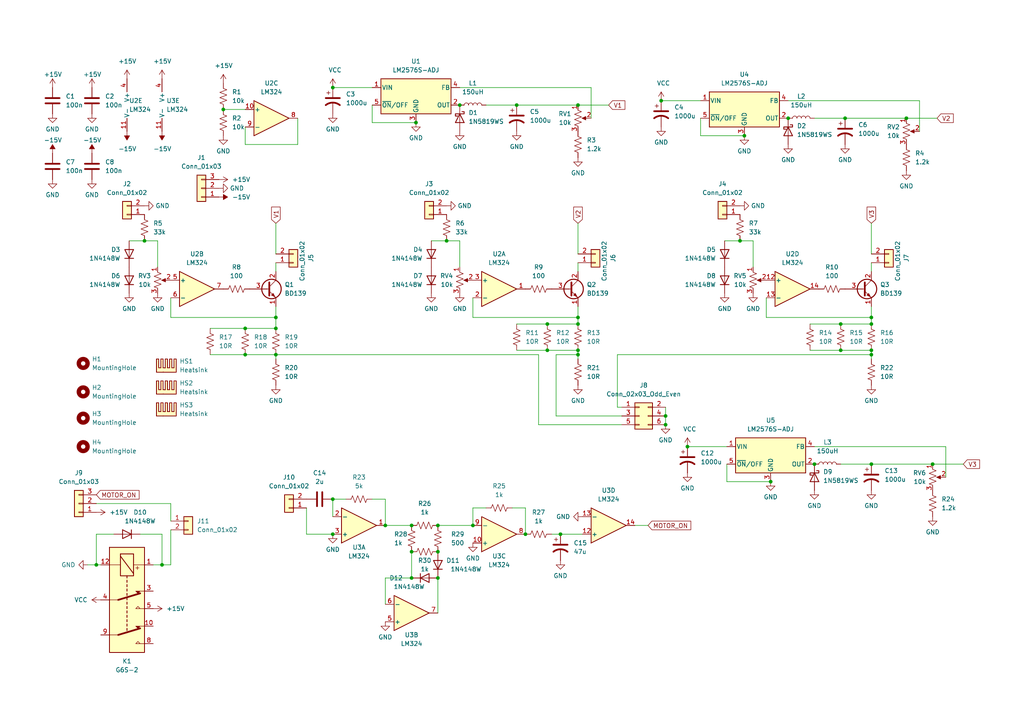
<source format=kicad_sch>
(kicad_sch (version 20211123) (generator eeschema)
  (paper "A4")
  (lib_symbols
    (symbol "Amplifier_Operational:LM324" (pin_names (offset 0.127))
      (property "Reference" "U" (at 0 5.08 0))
      (property "Value" "LM324" (at 0 -5.08 0))
      (symbol "LM324_1_1"
        (pin output line (at 7.62 0 180) (length 2.54) (name "~") (number "1"))
        (pin input line (at -7.62 -2.54 0) (length 2.54) (name "-") (number "2"))
        (pin input line (at -7.62 2.54 0) (length 2.54) (name "+") (number "3"))
      )
      (symbol "LM324_2_1"
        (pin input line (at -7.62 2.54 0) (length 2.54) (name "+") (number "5"))
        (pin input line (at -7.62 -2.54 0) (length 2.54) (name "-") (number "6"))
        (pin output line (at 7.62 0 180) (length 2.54) (name "~") (number "7"))
      )
      (symbol "LM324_3_1"
        (pin input line (at -7.62 2.54 0) (length 2.54) (name "+") (number "10"))
        (pin output line (at 7.62 0 180) (length 2.54) (name "~") (number "8"))
        (pin input line (at -7.62 -2.54 0) (length 2.54) (name "-") (number "9"))
      )
      (symbol "LM324_4_1"
        (pin input line (at -7.62 2.54 0) (length 2.54) (name "+") (number "12"))
        (pin input line (at -7.62 -2.54 0) (length 2.54) (name "-") (number "13"))
        (pin output line (at 7.62 0 180) (length 2.54) (name "~") (number "14"))
      )
      (symbol "LM324_5_1"
        (pin power_in line (at -2.54 -7.62 90) (length 3.81) (name "V-") (number "11"))
        (pin power_in line (at -2.54 7.62 270) (length 3.81) (name "V+") (number "4"))
      )
    )
    (symbol "Connector_Generic:Conn_01x02" (pin_names (offset 1.016) hide)
      (property "Reference" "J" (at 0 2.54 0))
      (property "Value" "Conn_01x02" (at 0 -5.08 0))
      (symbol "Conn_01x02_1_1"
        (pin passive line (at -5.08 0 0) (length 3.81) (name "Pin_1") (number "1"))
        (pin passive line (at -5.08 -2.54 0) (length 3.81) (name "Pin_2") (number "2"))
      )
    )
    (symbol "Connector_Generic:Conn_01x03" (pin_names (offset 1.016) hide)
      (property "Reference" "J" (at 0 5.08 0))
      (property "Value" "Conn_01x03" (at 0 -5.08 0))
      (symbol "Conn_01x03_1_1"
        (pin passive line (at -5.08 2.54 0) (length 3.81) (name "Pin_1") (number "1"))
        (pin passive line (at -5.08 0 0) (length 3.81) (name "Pin_2") (number "2"))
        (pin passive line (at -5.08 -2.54 0) (length 3.81) (name "Pin_3") (number "3"))
      )
    )
    (symbol "Connector_Generic:Conn_02x03_Odd_Even" (pin_names (offset 1.016) hide)
      (property "Reference" "J" (at 1.27 5.08 0))
      (property "Value" "Conn_02x03_Odd_Even" (at 1.27 -5.08 0))
      (symbol "Conn_02x03_Odd_Even_1_1"
        (pin passive line (at -5.08 2.54 0) (length 3.81) (name "Pin_1") (number "1"))
        (pin passive line (at 7.62 2.54 180) (length 3.81) (name "Pin_2") (number "2"))
        (pin passive line (at -5.08 0 0) (length 3.81) (name "Pin_3") (number "3"))
        (pin passive line (at 7.62 0 180) (length 3.81) (name "Pin_4") (number "4"))
        (pin passive line (at -5.08 -2.54 0) (length 3.81) (name "Pin_5") (number "5"))
        (pin passive line (at 7.62 -2.54 180) (length 3.81) (name "Pin_6") (number "6"))
      )
    )
    (symbol "Device:C" (pin_numbers hide) (pin_names (offset 0.254))
      (property "Reference" "C" (at 0.635 2.54 0))
      (property "Value" "C" (at 0.635 -2.54 0))
      (symbol "C_1_1"
        (pin passive line (at 0 3.81 270) (length 2.794) (name "~") (number "1"))
        (pin passive line (at 0 -3.81 90) (length 2.794) (name "~") (number "2"))
      )
    )
    (symbol "Device:C_Polarized_US" (pin_numbers hide) (pin_names (offset 0.254) hide)
      (property "Reference" "C" (at 0.635 2.54 0))
      (property "Value" "C_Polarized_US" (at 0.635 -2.54 0))
      (symbol "C_Polarized_US_1_1"
        (pin passive line (at 0 3.81 270) (length 2.794) (name "~") (number "1"))
        (pin passive line (at 0 -3.81 90) (length 3.302) (name "~") (number "2"))
      )
    )
    (symbol "Device:L" (pin_numbers hide) (pin_names (offset 1.016) hide)
      (property "Reference" "L" (at -1.27 0 90))
      (property "Value" "L" (at 1.905 0 90))
      (symbol "L_1_1"
        (pin passive line (at 0 3.81 270) (length 1.27) (name "1") (number "1"))
        (pin passive line (at 0 -3.81 90) (length 1.27) (name "2") (number "2"))
      )
    )
    (symbol "Device:R_Potentiometer_US" (pin_names (offset 1.016) hide)
      (property "Reference" "RV" (at -4.445 0 90))
      (property "Value" "R_Potentiometer_US" (at -2.54 0 90))
      (symbol "R_Potentiometer_US_1_1"
        (pin passive line (at 0 3.81 270) (length 1.27) (name "1") (number "1"))
        (pin passive line (at 3.81 0 180) (length 1.27) (name "2") (number "2"))
        (pin passive line (at 0 -3.81 90) (length 1.27) (name "3") (number "3"))
      )
    )
    (symbol "Device:R_US" (pin_numbers hide) (pin_names (offset 0))
      (property "Reference" "R" (at 2.54 0 90))
      (property "Value" "R_US" (at -2.54 0 90))
      (symbol "R_US_1_1"
        (pin passive line (at 0 3.81 270) (length 1.27) (name "~") (number "1"))
        (pin passive line (at 0 -3.81 90) (length 1.27) (name "~") (number "2"))
      )
    )
    (symbol "Diode:1N4148W" (pin_numbers hide) (pin_names (offset 1.016) hide)
      (property "Reference" "D" (at 0 2.54 0))
      (property "Value" "1N4148W" (at 0 -2.54 0))
      (symbol "1N4148W_1_1"
        (pin passive line (at -3.81 0 0) (length 2.54) (name "K") (number "1"))
        (pin passive line (at 3.81 0 180) (length 2.54) (name "A") (number "2"))
      )
    )
    (symbol "Diode:1N5819WS" (pin_numbers hide) (pin_names (offset 1.016) hide)
      (property "Reference" "D" (at 0 2.54 0))
      (property "Value" "1N5819WS" (at 0 -2.54 0))
      (symbol "1N5819WS_1_1"
        (pin passive line (at -3.81 0 0) (length 2.54) (name "K") (number "1"))
        (pin passive line (at 3.81 0 180) (length 2.54) (name "A") (number "2"))
      )
    )
    (symbol "Mechanical:Heatsink" (pin_names (offset 1.016))
      (property "Reference" "HS" (at 0 5.08 0))
      (property "Value" "Heatsink" (at 0 -1.27 0))
    )
    (symbol "Mechanical:MountingHole" (pin_names (offset 1.016))
      (property "Reference" "H" (at 0 5.08 0))
      (property "Value" "MountingHole" (at 0 3.175 0))
    )
    (symbol "Regulator_Switching:LM2576S-ADJ" (pin_names (offset 0.254))
      (property "Reference" "U" (at -10.16 6.35 0))
      (property "Value" "LM2576S-ADJ" (at 0 6.35 0))
      (symbol "LM2576S-ADJ_1_1"
        (pin power_in line (at -12.7 2.54 0) (length 2.54) (name "VIN") (number "1"))
        (pin output line (at 12.7 -2.54 180) (length 2.54) (name "OUT") (number "2"))
        (pin power_in line (at 0 -7.62 90) (length 2.54) (name "GND") (number "3"))
        (pin input line (at 12.7 2.54 180) (length 2.54) (name "FB") (number "4"))
        (pin input line (at -12.7 -2.54 0) (length 2.54) (name "~{ON}/OFF") (number "5"))
      )
    )
    (symbol "Relay:G6S-2"
      (property "Reference" "K" (at 16.51 3.81 0))
      (property "Value" "G6S-2" (at 16.51 1.27 0))
      (symbol "G6S-2_0_0"
        (text "+" (at -9.271 2.921 0) (effects (font (size 1.27 1.27))))
      )
      (symbol "G6S-2_1_1"
        (pin passive line (at -10.16 7.62 270) (length 2.54) (name "~") (number "1"))
        (pin passive line (at 7.62 7.62 270) (length 2.54) (name "~") (number "10"))
        (pin passive line (at -10.16 -7.62 90) (length 2.54) (name "~") (number "12"))
        (pin passive line (at -2.54 7.62 270) (length 2.54) (name "~") (number "3"))
        (pin passive line (at 0 -7.62 90) (length 2.54) (name "~") (number "4"))
        (pin passive line (at 2.54 7.62 270) (length 2.54) (name "~") (number "5"))
        (pin passive line (at 12.7 7.62 270) (length 2.54) (name "~") (number "8"))
        (pin passive line (at 10.16 -7.62 90) (length 2.54) (name "~") (number "9"))
      )
    )
    (symbol "Transistor_BJT:BD139" (pin_names (offset 0) hide)
      (property "Reference" "Q" (at 5.08 1.905 0))
      (property "Value" "BD139" (at 5.08 0 0))
      (symbol "BD139_1_1"
        (pin passive line (at 2.54 -5.08 90) (length 2.54) (name "E") (number "1"))
        (pin passive line (at 2.54 5.08 270) (length 2.54) (name "C") (number "2"))
        (pin input line (at -5.08 0 0) (length 5.08) (name "B") (number "3"))
      )
    )
    (symbol "power:+15V" (power) (pin_names (offset 0))
      (property "Value" "+15V" (at 0 3.556 0))
      (symbol "+15V_1_1"
        (pin power_in line (at 0 0 90) (length 0) hide (name "+15V") (number "1"))
      )
    )
    (symbol "power:-15V" (power) (pin_names (offset 0))
      (property "Value" "-15V" (at 0 3.81 0))
      (symbol "-15V_0_0"
        (pin power_in line (at 0 0 90) (length 0) hide (name "-15V") (number "1"))
      )
    )
    (symbol "power:GND" (power) (pin_names (offset 0))
      (property "Value" "GND" (at 0 -3.81 0))
      (symbol "GND_1_1"
        (pin power_in line (at 0 0 270) (length 0) hide (name "GND") (number "1"))
      )
    )
    (symbol "power:VCC" (power) (pin_names (offset 0))
      (property "Value" "VCC" (at 0 3.81 0))
      (symbol "VCC_1_1"
        (pin power_in line (at 0 0 90) (length 0) hide (name "VCC") (number "1"))
      )
    )
  )
  (junction (at 252.73 92.075))
  (junction (at 137.16 152.4))
  (junction (at 133.35 30.48))
  (junction (at 127 167.64))
  (junction (at 119.38 152.4))
  (junction (at 191.77 29.21))
  (junction (at 162.56 154.94))
  (junction (at 27.94 163.83))
  (junction (at 243.84 101.6))
  (junction (at 111.76 152.4))
  (junction (at 80.01 92.075))
  (junction (at 252.73 102.87))
  (junction (at 193.04 123.19))
  (junction (at 158.75 101.6))
  (junction (at 199.39 129.54))
  (junction (at 71.12 95.25))
  (junction (at 71.12 102.87))
  (junction (at 228.6 34.29))
  (junction (at 80.01 102.87))
  (junction (at 96.52 144.78))
  (junction (at 270.51 134.62))
  (junction (at 127 152.4))
  (junction (at 252.73 101.6))
  (junction (at 41.91 69.85))
  (junction (at 80.01 95.25))
  (junction (at 167.64 102.87))
  (junction (at 96.52 154.94))
  (junction (at 167.64 93.98))
  (junction (at 243.84 93.98))
  (junction (at 152.4 154.94))
  (junction (at 149.86 30.48))
  (junction (at 262.89 34.29))
  (junction (at 167.64 92.075))
  (junction (at 252.73 93.98))
  (junction (at 252.73 134.62))
  (junction (at 236.22 134.62))
  (junction (at 119.38 167.64))
  (junction (at 158.75 93.98))
  (junction (at 129.54 69.85))
  (junction (at 96.52 25.4))
  (junction (at 223.52 139.7))
  (junction (at 120.65 35.56))
  (junction (at 64.77 31.75))
  (junction (at 167.64 101.6))
  (junction (at 193.04 120.65))
  (junction (at 245.11 34.29))
  (junction (at 127 160.02))
  (junction (at 214.63 69.85))
  (junction (at 167.64 30.48))
  (junction (at 46.99 163.83))
  (junction (at 215.9 39.37))
  (junction (at 119.38 160.02))
  (wire (pts (xy 193.04 120.65) (xy 193.04 123.19)))
  (wire (pts (xy 193.04 118.11) (xy 193.04 120.65)))
  (wire (pts (xy 161.29 102.87) (xy 161.29 120.65)))
  (wire (pts (xy 125.095 69.85) (xy 129.54 69.85)))
  (wire (pts (xy 271.78 34.29) (xy 262.89 34.29)))
  (wire (pts (xy 162.56 154.94) (xy 160.02 154.94)))
  (wire (pts (xy 149.86 30.48) (xy 140.97 30.48)))
  (wire (pts (xy 179.07 102.87) (xy 179.07 118.11)))
  (wire (pts (xy 45.72 69.85) (xy 45.72 77.47)))
  (wire (pts (xy 176.53 30.48) (xy 167.64 30.48)))
  (wire (pts (xy 210.82 134.62) (xy 210.82 139.7)))
  (wire (pts (xy 252.73 92.075) (xy 252.73 93.98)))
  (wire (pts (xy 133.35 69.85) (xy 133.35 77.47)))
  (wire (pts (xy 203.2 34.29) (xy 203.2 39.37)))
  (wire (pts (xy 71.12 36.83) (xy 71.12 41.91)))
  (wire (pts (xy 187.96 152.4) (xy 184.15 152.4)))
  (wire (pts (xy 167.64 30.48) (xy 149.86 30.48)))
  (wire (pts (xy 71.12 95.25) (xy 80.01 95.25)))
  (wire (pts (xy 80.01 102.87) (xy 71.12 102.87)))
  (wire (pts (xy 25.4 163.83) (xy 27.94 163.83)))
  (wire (pts (xy 33.02 154.94) (xy 27.94 154.94)))
  (wire (pts (xy 49.53 153.67) (xy 49.53 163.83)))
  (wire (pts (xy 152.4 147.32) (xy 152.4 154.94)))
  (wire (pts (xy 149.86 93.98) (xy 158.75 93.98)))
  (wire (pts (xy 127 152.4) (xy 137.16 152.4)))
  (wire (pts (xy 80.01 92.075) (xy 80.01 88.9)))
  (wire (pts (xy 86.36 41.91) (xy 86.36 34.29)))
  (wire (pts (xy 80.01 102.87) (xy 156.21 102.87)))
  (wire (pts (xy 171.45 25.4) (xy 133.35 25.4)))
  (wire (pts (xy 137.16 92.075) (xy 167.64 92.075)))
  (wire (pts (xy 210.185 69.85) (xy 214.63 69.85)))
  (wire (pts (xy 266.7 38.1) (xy 266.7 29.21)))
  (wire (pts (xy 199.39 129.54) (xy 210.82 129.54)))
  (wire (pts (xy 111.76 152.4) (xy 119.38 152.4)))
  (wire (pts (xy 252.73 64.77) (xy 252.73 73.66)))
  (wire (pts (xy 41.91 69.85) (xy 45.72 69.85)))
  (wire (pts (xy 262.89 34.29) (xy 245.11 34.29)))
  (wire (pts (xy 191.77 29.21) (xy 203.2 29.21)))
  (wire (pts (xy 111.76 175.26) (xy 111.76 167.64)))
  (wire (pts (xy 252.73 101.6) (xy 252.73 102.87)))
  (wire (pts (xy 49.53 146.05) (xy 49.53 151.13)))
  (wire (pts (xy 137.16 86.36) (xy 137.16 92.075)))
  (wire (pts (xy 167.64 92.075) (xy 167.64 88.9)))
  (wire (pts (xy 37.465 69.85) (xy 41.91 69.85)))
  (wire (pts (xy 234.95 93.98) (xy 243.84 93.98)))
  (wire (pts (xy 96.52 25.4) (xy 107.95 25.4)))
  (wire (pts (xy 100.33 144.78) (xy 96.52 144.78)))
  (wire (pts (xy 161.29 120.65) (xy 180.34 120.65)))
  (wire (pts (xy 266.7 29.21) (xy 228.6 29.21)))
  (wire (pts (xy 167.64 76.2) (xy 167.64 78.74)))
  (wire (pts (xy 274.32 138.43) (xy 274.32 129.54)))
  (wire (pts (xy 243.84 93.98) (xy 252.73 93.98)))
  (wire (pts (xy 252.73 76.2) (xy 252.73 78.74)))
  (wire (pts (xy 88.9 154.94) (xy 96.52 154.94)))
  (wire (pts (xy 140.97 147.32) (xy 137.16 147.32)))
  (wire (pts (xy 96.52 144.78) (xy 96.52 149.86)))
  (wire (pts (xy 137.16 147.32) (xy 137.16 152.4)))
  (wire (pts (xy 111.76 167.64) (xy 119.38 167.64)))
  (wire (pts (xy 252.73 104.14) (xy 252.73 102.87)))
  (wire (pts (xy 156.21 102.87) (xy 156.21 123.19)))
  (wire (pts (xy 274.32 129.54) (xy 236.22 129.54)))
  (wire (pts (xy 64.77 31.75) (xy 71.12 31.75)))
  (wire (pts (xy 252.73 92.075) (xy 252.73 88.9)))
  (wire (pts (xy 149.86 101.6) (xy 158.75 101.6)))
  (wire (pts (xy 245.11 34.29) (xy 236.22 34.29)))
  (wire (pts (xy 107.95 144.78) (xy 111.76 144.78)))
  (wire (pts (xy 27.94 163.83) (xy 29.21 163.83)))
  (wire (pts (xy 167.64 104.14) (xy 167.64 102.87)))
  (wire (pts (xy 40.64 154.94) (xy 46.99 154.94)))
  (wire (pts (xy 222.25 86.36) (xy 222.25 92.075)))
  (wire (pts (xy 111.76 144.78) (xy 111.76 152.4)))
  (wire (pts (xy 27.94 146.05) (xy 49.53 146.05)))
  (wire (pts (xy 243.84 101.6) (xy 252.73 101.6)))
  (wire (pts (xy 252.73 102.87) (xy 179.07 102.87)))
  (wire (pts (xy 80.01 64.77) (xy 80.01 73.66)))
  (wire (pts (xy 60.96 95.25) (xy 71.12 95.25)))
  (wire (pts (xy 44.45 163.83) (xy 46.99 163.83)))
  (wire (pts (xy 180.34 123.19) (xy 156.21 123.19)))
  (wire (pts (xy 214.63 69.85) (xy 218.44 69.85)))
  (wire (pts (xy 179.07 118.11) (xy 180.34 118.11)))
  (wire (pts (xy 80.01 92.075) (xy 80.01 95.25)))
  (wire (pts (xy 167.64 64.77) (xy 167.64 73.66)))
  (wire (pts (xy 158.75 93.98) (xy 167.64 93.98)))
  (wire (pts (xy 171.45 34.29) (xy 171.45 25.4)))
  (wire (pts (xy 167.64 101.6) (xy 167.64 102.87)))
  (wire (pts (xy 167.64 102.87) (xy 161.29 102.87)))
  (wire (pts (xy 168.91 154.94) (xy 162.56 154.94)))
  (wire (pts (xy 127 167.64) (xy 127 177.8)))
  (wire (pts (xy 27.94 154.94) (xy 27.94 163.83)))
  (wire (pts (xy 279.4 134.62) (xy 270.51 134.62)))
  (wire (pts (xy 119.38 160.02) (xy 119.38 167.64)))
  (wire (pts (xy 46.99 154.94) (xy 46.99 163.83)))
  (wire (pts (xy 158.75 101.6) (xy 167.64 101.6)))
  (wire (pts (xy 88.9 147.32) (xy 88.9 154.94)))
  (wire (pts (xy 49.53 92.075) (xy 80.01 92.075)))
  (wire (pts (xy 71.12 41.91) (xy 86.36 41.91)))
  (wire (pts (xy 222.25 92.075) (xy 252.73 92.075)))
  (wire (pts (xy 107.95 35.56) (xy 120.65 35.56)))
  (wire (pts (xy 203.2 39.37) (xy 215.9 39.37)))
  (wire (pts (xy 218.44 69.85) (xy 218.44 77.47)))
  (wire (pts (xy 80.01 102.87) (xy 80.01 104.14)))
  (wire (pts (xy 49.53 86.36) (xy 49.53 92.075)))
  (wire (pts (xy 270.51 134.62) (xy 252.73 134.62)))
  (wire (pts (xy 107.95 30.48) (xy 107.95 35.56)))
  (wire (pts (xy 80.01 76.2) (xy 80.01 78.74)))
  (wire (pts (xy 129.54 69.85) (xy 133.35 69.85)))
  (wire (pts (xy 60.96 102.87) (xy 71.12 102.87)))
  (wire (pts (xy 210.82 139.7) (xy 223.52 139.7)))
  (wire (pts (xy 252.73 134.62) (xy 243.84 134.62)))
  (wire (pts (xy 234.95 101.6) (xy 243.84 101.6)))
  (wire (pts (xy 46.99 163.83) (xy 49.53 163.83)))
  (wire (pts (xy 167.64 92.075) (xy 167.64 93.98)))
  (wire (pts (xy 148.59 147.32) (xy 152.4 147.32)))
  (global_label "V3" (shape input) (at 252.73 64.77 90) (property "Intersheet References" "${INTERSHEET_REFS}" (effects hide)))
  (global_label "V3" (shape input) (at 279.4 134.62 0) (property "Intersheet References" "${INTERSHEET_REFS}" (effects hide)))
  (global_label "MOTOR_ON" (shape input) (at 27.94 143.51 0) (property "Intersheet References" "${INTERSHEET_REFS}" (effects hide)))
  (global_label "V2" (shape input) (at 271.78 34.29 0) (property "Intersheet References" "${INTERSHEET_REFS}" (effects hide)))
  (global_label "V1" (shape input) (at 176.53 30.48 0) (property "Intersheet References" "${INTERSHEET_REFS}" (effects hide)))
  (global_label "MOTOR_ON" (shape input) (at 187.96 152.4 0) (property "Intersheet References" "${INTERSHEET_REFS}" (effects hide)))
  (global_label "V1" (shape input) (at 80.01 64.77 90) (property "Intersheet References" "${INTERSHEET_REFS}" (effects hide)))
  (global_label "V2" (shape input) (at 167.64 64.77 90) (property "Intersheet References" "${INTERSHEET_REFS}" (effects hide)))
  (symbol (lib_id "Device:R_US") (at 41.91 66.04 180) (unit 1)
    (property "Reference" "R5" (at 44.45 64.7699 0) (effects (justify right)))
    (property "Value" "33k" (at 44.45 67.3099 0) (effects (justify right)))
    (property "Footprint" "Resistor_SMD:R_0603_1608Metric" (effects hide))
  )
  (symbol (lib_id "Connector_Generic:Conn_01x02") (at 209.55 62.23 180) (unit 1)
    (property "Reference" "J4" (at 209.55 53.34 0))
    (property "Value" "Conn_01x02" (at 209.55 55.88 0))
    (property "Footprint" "Connector_JST:JST_XH_B2B-XH-A_1x02_P2.50mm_Vertical" (effects hide))
  )
  (symbol (lib_id "Device:R_US") (at 123.19 160.02 270) (unit 1)
    (property "Reference" "R30" (at 123.19 162.56 90))
    (property "Value" "1k" (at 123.19 165.1 90))
    (property "Footprint" "Resistor_SMD:R_0603_1608Metric" (effects hide))
  )
  (symbol (lib_id "Transistor_BJT:BD139") (at 165.1 83.82 0) (unit 1)
    (property "Reference" "Q2" (at 170.18 82.5499 0) (effects (justify left)))
    (property "Value" "BD139" (at 170.18 85.0899 0) (effects (justify left)))
    (property "Footprint" "Package_TO_SOT_THT:TO-126-3_Horizontal_TabDown" (effects hide))
    (property "Datasheet" "http://www.st.com/internet/com/TECHNICAL_RESOURCES/TECHNICAL_LITERATURE/DATASHEET/CD00001225.pdf" (effects hide))
  )
  (symbol (lib_id "Amplifier_Operational:LM324") (at 144.78 83.82 0) (unit 1)
    (property "Reference" "U2" (at 144.78 73.66 0))
    (property "Value" "LM324" (at 144.78 76.2 0))
    (property "Footprint" "Package_SO:SOIC-14_3.9x8.7mm_P1.27mm" (effects hide))
    (property "Datasheet" "http://www.ti.com/lit/ds/symlink/lm2902-n.pdf" (effects hide))
  )
  (symbol (lib_id "power:VCC") (at 29.21 173.99 90) (unit 1)
    (property "Reference" "#PWR058" (effects hide))
    (property "Value" "VCC" (at 25.4 173.9899 90) (effects (justify left)))
  )
  (symbol (lib_id "power:GND") (at 270.51 149.86 0) (unit 1)
    (property "Reference" "#PWR053" (effects hide))
    (property "Value" "GND" (at 270.51 154.305 0))
  )
  (symbol (lib_id "Device:R_US") (at 123.19 152.4 90) (unit 1)
    (property "Reference" "R26" (at 123.19 146.05 90))
    (property "Value" "1k" (at 123.19 148.59 90))
    (property "Footprint" "Resistor_SMD:R_0603_1608Metric" (effects hide))
  )
  (symbol (lib_id "power:GND") (at 162.56 162.56 0) (unit 1)
    (property "Reference" "#PWR056" (effects hide))
    (property "Value" "GND" (at 162.56 167.005 0))
  )
  (symbol (lib_id "Device:R_US") (at 149.86 97.79 0) (unit 1)
    (property "Reference" "R11" (at 152.4 96.5199 0) (effects (justify left)))
    (property "Value" "10R" (at 152.4 99.0599 0) (effects (justify left)))
    (property "Footprint" "Resistor_SMD:R_1206_3216Metric" (effects hide))
  )
  (symbol (lib_id "Diode:1N4148W") (at 127 163.83 270) (mirror x) (unit 1)
    (property "Reference" "D11" (at 133.35 162.56 90) (effects (justify right)))
    (property "Value" "1N4148W" (at 139.7 165.1 90) (effects (justify right)))
    (property "Footprint" "Diode_SMD:D_SOD-123" (effects hide))
    (property "Datasheet" "https://www.vishay.com/docs/85748/1n4148w.pdf" (effects hide))
  )
  (symbol (lib_id "Device:C") (at 92.71 144.78 90) (unit 1)
    (property "Reference" "C14" (at 92.71 137.16 90))
    (property "Value" "2u" (at 92.71 139.7 90))
    (property "Footprint" "Capacitor_SMD:C_0603_1608Metric" (effects hide))
  )
  (symbol (lib_id "Diode:1N4148W") (at 37.465 81.28 270) (mirror x) (unit 1)
    (property "Reference" "D6" (at 34.925 80.0099 90) (effects (justify right)))
    (property "Value" "1N4148W" (at 34.925 82.5499 90) (effects (justify right)))
    (property "Footprint" "Diode_SMD:D_SOD-123" (effects hide))
    (property "Datasheet" "https://www.vishay.com/docs/85748/1n4148w.pdf" (effects hide))
  )
  (symbol (lib_id "power:GND") (at 168.91 149.86 270) (unit 1)
    (property "Reference" "#PWR052" (effects hide))
    (property "Value" "GND" (at 161.29 149.86 90) (effects (justify left)))
  )
  (symbol (lib_id "Device:R_Potentiometer_US") (at 45.72 81.28 0) (unit 1)
    (property "Reference" "RV3" (at 43.815 80.0099 0) (effects (justify right)))
    (property "Value" "10k" (at 43.815 82.5499 0) (effects (justify right)))
    (property "Footprint" "Potentiometer_THT:Potentiometer_Bourns_3296W_Vertical" (effects hide))
  )
  (symbol (lib_id "Diode:1N5819WS") (at 236.22 138.43 270) (unit 1)
    (property "Reference" "D9" (at 238.76 136.8424 90) (effects (justify left)))
    (property "Value" "1N5819WS" (at 238.76 139.3824 90) (effects (justify left)))
    (property "Footprint" "Diode_SMD:D_SMA_Handsoldering" (effects hide))
    (property "Datasheet" "https://datasheet.lcsc.com/lcsc/2204281430_Guangdong-Hottech-1N5819WS_C191023.pdf" (effects hide))
  )
  (symbol (lib_id "Device:R_US") (at 80.01 99.06 0) (unit 1)
    (property "Reference" "R19" (at 82.55 97.7899 0) (effects (justify left)))
    (property "Value" "10R" (at 82.55 100.3299 0) (effects (justify left)))
    (property "Footprint" "Resistor_SMD:R_1206_3216Metric" (effects hide))
  )
  (symbol (lib_id "Device:R_US") (at 71.12 99.06 0) (unit 1)
    (property "Reference" "R18" (at 73.66 97.7899 0) (effects (justify left)))
    (property "Value" "10R" (at 73.66 100.3299 0) (effects (justify left)))
    (property "Footprint" "Resistor_SMD:R_1206_3216Metric" (effects hide))
  )
  (symbol (lib_id "Device:C_Polarized_US") (at 162.56 158.75 0) (unit 1)
    (property "Reference" "C15" (at 166.37 157.48 0) (effects (justify left)))
    (property "Value" "47u" (at 166.37 160.02 0) (effects (justify left)))
    (property "Footprint" "Capacitor_SMD:CP_Elec_6.3x5.4_Nichicon" (effects hide))
  )
  (symbol (lib_id "Device:R_US") (at 129.54 66.04 180) (unit 1)
    (property "Reference" "R6" (at 132.08 64.7699 0) (effects (justify right)))
    (property "Value" "33k" (at 132.08 67.3099 0) (effects (justify right)))
    (property "Footprint" "Resistor_SMD:R_0603_1608Metric" (effects hide))
  )
  (symbol (lib_id "Connector_Generic:Conn_01x02") (at 54.61 151.13 0) (unit 1)
    (property "Reference" "J11" (at 57.15 151.1299 0) (effects (justify left)))
    (property "Value" "Conn_01x02" (at 57.15 153.67 0) (effects (justify left)))
    (property "Footprint" "Connector_PinHeader_2.54mm:PinHeader_1x02_P2.54mm_Vertical" (effects hide))
  )
  (symbol (lib_id "Diode:1N5819WS") (at 228.6 38.1 270) (unit 1)
    (property "Reference" "D2" (at 231.14 36.5124 90) (effects (justify left)))
    (property "Value" "1N5819WS" (at 231.14 39.0524 90) (effects (justify left)))
    (property "Footprint" "Diode_SMD:D_SMA_Handsoldering" (effects hide))
    (property "Datasheet" "https://datasheet.lcsc.com/lcsc/2204281430_Guangdong-Hottech-1N5819WS_C191023.pdf" (effects hide))
  )
  (symbol (lib_id "Device:R_US") (at 262.89 45.72 180) (unit 1)
    (property "Reference" "R4" (at 265.43 44.4499 0) (effects (justify right)))
    (property "Value" "1.2k" (at 265.43 46.9899 0) (effects (justify right)))
    (property "Footprint" "Resistor_SMD:R_0603_1608Metric" (effects hide))
  )
  (symbol (lib_id "Device:R_US") (at 167.64 107.95 0) (unit 1)
    (property "Reference" "R21" (at 170.18 106.6799 0) (effects (justify left)))
    (property "Value" "10R" (at 170.18 109.2199 0) (effects (justify left)))
    (property "Footprint" "Resistor_SMD:R_1206_3216Metric" (effects hide))
  )
  (symbol (lib_id "Device:R_US") (at 158.75 97.79 0) (unit 1)
    (property "Reference" "R12" (at 161.29 96.5199 0) (effects (justify left)))
    (property "Value" "10R" (at 161.29 99.0599 0) (effects (justify left)))
    (property "Footprint" "Resistor_SMD:R_1206_3216Metric" (effects hide))
  )
  (symbol (lib_id "Connector_Generic:Conn_01x02") (at 124.46 62.23 180) (unit 1)
    (property "Reference" "J3" (at 124.46 53.34 0))
    (property "Value" "Conn_01x02" (at 124.46 55.88 0))
    (property "Footprint" "Connector_JST:JST_XH_B2B-XH-A_1x02_P2.50mm_Vertical" (effects hide))
  )
  (symbol (lib_id "Connector_Generic:Conn_01x03") (at 22.86 146.05 180) (unit 1)
    (property "Reference" "J9" (at 22.86 137.16 0))
    (property "Value" "Conn_01x03" (at 22.86 139.7 0))
    (property "Footprint" "Connector_PinHeader_2.54mm:PinHeader_1x03_P2.54mm_Vertical" (effects hide))
  )
  (symbol (lib_id "Diode:1N4148W") (at 125.095 73.66 270) (mirror x) (unit 1)
    (property "Reference" "D4" (at 122.555 72.3899 90) (effects (justify right)))
    (property "Value" "1N4148W" (at 122.555 74.9299 90) (effects (justify right)))
    (property "Footprint" "Diode_SMD:D_SOD-123" (effects hide))
    (property "Datasheet" "https://www.vishay.com/docs/85748/1n4148w.pdf" (effects hide))
  )
  (symbol (lib_id "power:GND") (at 64.77 39.37 0) (unit 1)
    (property "Reference" "#PWR017" (effects hide))
    (property "Value" "GND" (at 64.77 43.815 0))
  )
  (symbol (lib_id "power:GND") (at 262.89 49.53 0) (unit 1)
    (property "Reference" "#PWR024" (effects hide))
    (property "Value" "GND" (at 262.89 53.975 0))
  )
  (symbol (lib_id "Diode:1N4148W") (at 210.185 81.28 270) (mirror x) (unit 1)
    (property "Reference" "D8" (at 207.645 80.0099 90) (effects (justify right)))
    (property "Value" "1N4148W" (at 207.645 82.5499 90) (effects (justify right)))
    (property "Footprint" "Diode_SMD:D_SOD-123" (effects hide))
    (property "Datasheet" "https://www.vishay.com/docs/85748/1n4148w.pdf" (effects hide))
  )
  (symbol (lib_id "power:GND") (at 15.24 52.07 0) (unit 1)
    (property "Reference" "#PWR025" (effects hide))
    (property "Value" "GND" (at 15.24 56.515 0))
  )
  (symbol (lib_id "power:GND") (at 133.35 38.1 0) (unit 1)
    (property "Reference" "#PWR015" (effects hide))
    (property "Value" "GND" (at 133.35 42.545 0))
  )
  (symbol (lib_id "Diode:1N4148W") (at 123.19 167.64 0) (mirror x) (unit 1)
    (property "Reference" "D12" (at 116.84 167.64 0) (effects (justify right)))
    (property "Value" "1N4148W" (at 123.19 170.18 0) (effects (justify right)))
    (property "Footprint" "Diode_SMD:D_SOD-123" (effects hide))
    (property "Datasheet" "https://www.vishay.com/docs/85748/1n4148w.pdf" (effects hide))
  )
  (symbol (lib_id "Connector_Generic:Conn_01x02") (at 85.09 76.2 0) (mirror x) (unit 1)
    (property "Reference" "J5" (at 90.17 73.66 90) (effects (justify left)))
    (property "Value" "Conn_01x02" (at 87.63 69.85 90) (effects (justify left)))
    (property "Footprint" "Connector_JST:JST_XH_B2B-XH-A_1x02_P2.50mm_Vertical" (effects hide))
  )
  (symbol (lib_id "Amplifier_Operational:LM324") (at 78.74 34.29 0) (unit 3)
    (property "Reference" "U2" (at 78.74 24.13 0))
    (property "Value" "LM324" (at 78.74 26.67 0))
    (property "Footprint" "Package_SO:SOIC-14_3.9x8.7mm_P1.27mm" (effects hide))
    (property "Datasheet" "http://www.ti.com/lit/ds/symlink/lm2902-n.pdf" (effects hide))
  )
  (symbol (lib_id "power:VCC") (at 191.77 29.21 0) (unit 1)
    (property "Reference" "#PWR07" (effects hide))
    (property "Value" "VCC" (at 190.5 24.13 0) (effects (justify left)))
  )
  (symbol (lib_id "Diode:1N4148W") (at 125.095 81.28 270) (mirror x) (unit 1)
    (property "Reference" "D7" (at 122.555 80.0099 90) (effects (justify right)))
    (property "Value" "1N4148W" (at 122.555 82.5499 90) (effects (justify right)))
    (property "Footprint" "Diode_SMD:D_SOD-123" (effects hide))
    (property "Datasheet" "https://www.vishay.com/docs/85748/1n4148w.pdf" (effects hide))
  )
  (symbol (lib_id "Amplifier_Operational:LM324") (at 144.78 154.94 0) (mirror x) (unit 3)
    (property "Reference" "U3" (at 144.78 161.29 0))
    (property "Value" "LM324" (at 144.78 163.83 0))
    (property "Footprint" "Package_SO:SOIC-14_3.9x8.7mm_P1.27mm" (effects hide))
    (property "Datasheet" "http://www.ti.com/lit/ds/symlink/lm2902-n.pdf" (effects hide))
  )
  (symbol (lib_id "power:GND") (at 26.67 52.07 0) (unit 1)
    (property "Reference" "#PWR026" (effects hide))
    (property "Value" "GND" (at 26.67 56.515 0))
  )
  (symbol (lib_id "Device:C") (at 26.67 48.26 0) (unit 1)
    (property "Reference" "C8" (at 30.48 46.9899 0) (effects (justify left)))
    (property "Value" "100n" (at 30.48 49.5299 0) (effects (justify left)))
    (property "Footprint" "Capacitor_SMD:C_0603_1608Metric" (effects hide))
  )
  (symbol (lib_id "power:GND") (at 133.35 85.09 0) (unit 1)
    (property "Reference" "#PWR039" (effects hide))
    (property "Value" "GND" (at 133.35 89.535 0))
  )
  (symbol (lib_id "Device:C_Polarized_US") (at 252.73 138.43 0) (unit 1)
    (property "Reference" "C13" (at 256.54 136.5249 0) (effects (justify left)))
    (property "Value" "1000u" (at 256.54 139.0649 0) (effects (justify left)))
    (property "Footprint" "Capacitor_SMD:CP_Elec_10x10" (effects hide))
  )
  (symbol (lib_id "power:+15V") (at 44.45 176.53 270) (unit 1)
    (property "Reference" "#PWR059" (effects hide))
    (property "Value" "+15V" (at 48.26 176.53 90) (effects (justify left)))
  )
  (symbol (lib_id "power:GND") (at 214.63 59.69 90) (unit 1)
    (property "Reference" "#PWR032" (effects hide))
    (property "Value" "GND" (at 217.805 59.6899 90) (effects (justify right)))
  )
  (symbol (lib_id "power:GND") (at 111.76 180.34 0) (unit 1)
    (property "Reference" "#PWR060" (effects hide))
    (property "Value" "GND" (at 111.76 184.785 0))
  )
  (symbol (lib_id "Device:L") (at 232.41 34.29 90) (unit 1)
    (property "Reference" "L2" (at 232.41 27.94 90))
    (property "Value" "150uH" (at 232.41 30.48 90))
    (property "Footprint" "Inductor_SMD:L_12x12mm_H8mm" (effects hide))
  )
  (symbol (lib_id "power:GND") (at 149.86 38.1 0) (unit 1)
    (property "Reference" "#PWR016" (effects hide))
    (property "Value" "GND" (at 149.86 42.545 0))
  )
  (symbol (lib_id "Regulator_Switching:LM2576S-ADJ") (at 215.9 31.75 0) (unit 1)
    (property "Reference" "U4" (at 215.9 21.59 0))
    (property "Value" "LM2576S-ADJ" (at 215.9 24.13 0))
    (property "Footprint" "Package_TO_SOT_SMD:TO-263-5_TabPin3" (effects hide))
    (property "Datasheet" "http://www.ti.com/lit/ds/symlink/lm2576.pdf" (effects hide))
  )
  (symbol (lib_id "Device:R_US") (at 156.21 83.82 90) (unit 1)
    (property "Reference" "R9" (at 156.21 77.47 90))
    (property "Value" "100" (at 156.21 80.01 90))
    (property "Footprint" "Resistor_SMD:R_0603_1608Metric" (effects hide))
  )
  (symbol (lib_id "Mechanical:MountingHole") (at 24.13 105.41 0) (unit 1)
    (property "Reference" "H1" (at 26.67 104.1399 0) (effects (justify left)))
    (property "Value" "MountingHole" (at 26.67 106.6799 0) (effects (justify left)))
    (property "Footprint" "MountingHole:MountingHole_3.2mm_M3" (effects hide))
  )
  (symbol (lib_id "power:GND") (at 125.095 85.09 0) (unit 1)
    (property "Reference" "#PWR038" (effects hide))
    (property "Value" "GND" (at 125.095 89.535 0))
  )
  (symbol (lib_id "Device:R_US") (at 80.01 107.95 0) (unit 1)
    (property "Reference" "R20" (at 82.55 106.6799 0) (effects (justify left)))
    (property "Value" "10R" (at 82.55 109.2199 0) (effects (justify left)))
    (property "Footprint" "Resistor_SMD:R_1206_3216Metric" (effects hide))
  )
  (symbol (lib_id "Device:R_US") (at 214.63 66.04 180) (unit 1)
    (property "Reference" "R7" (at 217.17 64.7699 0) (effects (justify right)))
    (property "Value" "33k" (at 217.17 67.3099 0) (effects (justify right)))
    (property "Footprint" "Resistor_SMD:R_0603_1608Metric" (effects hide))
  )
  (symbol (lib_id "power:GND") (at 193.04 123.19 0) (unit 1)
    (property "Reference" "#PWR045" (effects hide))
    (property "Value" "GND" (at 193.04 127.635 0))
  )
  (symbol (lib_id "Transistor_BJT:BD139") (at 250.19 83.82 0) (unit 1)
    (property "Reference" "Q3" (at 255.27 82.5499 0) (effects (justify left)))
    (property "Value" "BD139" (at 255.27 85.0899 0) (effects (justify left)))
    (property "Footprint" "Package_TO_SOT_THT:TO-126-3_Horizontal_TabDown" (effects hide))
    (property "Datasheet" "http://www.st.com/internet/com/TECHNICAL_RESOURCES/TECHNICAL_LITERATURE/DATASHEET/CD00001225.pdf" (effects hide))
  )
  (symbol (lib_id "power:GND") (at 26.67 33.02 0) (unit 1)
    (property "Reference" "#PWR09" (effects hide))
    (property "Value" "GND" (at 26.67 37.465 0))
  )
  (symbol (lib_id "Transistor_BJT:BD139") (at 77.47 83.82 0) (unit 1)
    (property "Reference" "Q1" (at 82.55 82.5499 0) (effects (justify left)))
    (property "Value" "BD139" (at 82.55 85.0899 0) (effects (justify left)))
    (property "Footprint" "Package_TO_SOT_THT:TO-126-3_Horizontal_TabDown" (effects hide))
    (property "Datasheet" "http://www.st.com/internet/com/TECHNICAL_RESOURCES/TECHNICAL_LITERATURE/DATASHEET/CD00001225.pdf" (effects hide))
  )
  (symbol (lib_id "power:VCC") (at 199.39 129.54 0) (unit 1)
    (property "Reference" "#PWR046" (effects hide))
    (property "Value" "VCC" (at 198.12 124.46 0) (effects (justify left)))
  )
  (symbol (lib_id "Device:R_US") (at 144.78 147.32 90) (unit 1)
    (property "Reference" "R25" (at 144.78 140.97 90))
    (property "Value" "1k" (at 144.78 143.51 90))
    (property "Footprint" "Resistor_SMD:R_0603_1608Metric" (effects hide))
  )
  (symbol (lib_id "power:GND") (at 45.72 85.09 0) (unit 1)
    (property "Reference" "#PWR037" (effects hide))
    (property "Value" "GND" (at 45.72 89.535 0))
  )
  (symbol (lib_id "Device:C_Polarized_US") (at 199.39 133.35 0) (unit 1)
    (property "Reference" "C12" (at 203.2 131.4449 0) (effects (justify left)))
    (property "Value" "1000u" (at 203.2 133.9849 0) (effects (justify left)))
    (property "Footprint" "Capacitor_SMD:CP_Elec_10x10" (effects hide))
  )
  (symbol (lib_id "Device:R_US") (at 64.77 27.94 180) (unit 1)
    (property "Reference" "R1" (at 67.31 26.6699 0) (effects (justify right)))
    (property "Value" "10k" (at 67.31 29.2099 0) (effects (justify right)))
    (property "Footprint" "Resistor_SMD:R_0603_1608Metric" (effects hide))
  )
  (symbol (lib_id "Device:R_Potentiometer_US") (at 167.64 34.29 0) (unit 1)
    (property "Reference" "RV1" (at 165.735 33.0199 0) (effects (justify right)))
    (property "Value" "10k" (at 165.735 35.5599 0) (effects (justify right)))
    (property "Footprint" "Potentiometer_THT:Potentiometer_Bourns_3296W_Vertical" (effects hide))
  )
  (symbol (lib_id "Device:R_US") (at 104.14 144.78 90) (unit 1)
    (property "Reference" "R23" (at 104.14 138.43 90))
    (property "Value" "5k" (at 104.14 140.97 90))
    (property "Footprint" "Resistor_SMD:R_0603_1608Metric" (effects hide))
  )
  (symbol (lib_id "power:GND") (at 236.22 142.24 0) (unit 1)
    (property "Reference" "#PWR049" (effects hide))
    (property "Value" "GND" (at 236.22 146.685 0))
  )
  (symbol (lib_id "Amplifier_Operational:LM324") (at 176.53 152.4 0) (mirror x) (unit 4)
    (property "Reference" "U3" (at 176.53 142.24 0))
    (property "Value" "LM324" (at 176.53 144.78 0))
    (property "Footprint" "Package_SO:SOIC-14_3.9x8.7mm_P1.27mm" (effects hide))
    (property "Datasheet" "http://www.ti.com/lit/ds/symlink/lm2902-n.pdf" (effects hide))
  )
  (symbol (lib_id "power:GND") (at 25.4 163.83 270) (unit 1)
    (property "Reference" "#PWR057" (effects hide))
    (property "Value" "GND" (at 17.78 163.83 90) (effects (justify left)))
  )
  (symbol (lib_id "Amplifier_Operational:LM324") (at 104.14 152.4 0) (mirror x) (unit 1)
    (property "Reference" "U3" (at 104.14 158.75 0))
    (property "Value" "LM324" (at 104.14 161.29 0))
    (property "Footprint" "Package_SO:SOIC-14_3.9x8.7mm_P1.27mm" (effects hide))
    (property "Datasheet" "http://www.ti.com/lit/ds/symlink/lm2902-n.pdf" (effects hide))
  )
  (symbol (lib_id "Connector_Generic:Conn_02x03_Odd_Even") (at 185.42 120.65 0) (unit 1)
    (property "Reference" "J8" (at 186.69 111.76 0))
    (property "Value" "Conn_02x03_Odd_Even" (at 186.69 114.3 0))
    (property "Footprint" "Connector_PinHeader_2.54mm:PinHeader_2x03_P2.54mm_Vertical" (effects hide))
  )
  (symbol (lib_id "Device:C_Polarized_US") (at 245.11 38.1 0) (unit 1)
    (property "Reference" "C6" (at 248.92 36.1949 0) (effects (justify left)))
    (property "Value" "1000u" (at 248.92 38.7349 0) (effects (justify left)))
    (property "Footprint" "Capacitor_SMD:CP_Elec_10x10" (effects hide))
  )
  (symbol (lib_id "Regulator_Switching:LM2576S-ADJ") (at 223.52 132.08 0) (unit 1)
    (property "Reference" "U5" (at 223.52 121.92 0))
    (property "Value" "LM2576S-ADJ" (at 223.52 124.46 0))
    (property "Footprint" "Package_TO_SOT_SMD:TO-263-5_TabPin3" (effects hide))
    (property "Datasheet" "http://www.ti.com/lit/ds/symlink/lm2576.pdf" (effects hide))
  )
  (symbol (lib_id "Mechanical:MountingHole") (at 24.13 121.285 0) (unit 1)
    (property "Reference" "H3" (at 26.67 120.0149 0) (effects (justify left)))
    (property "Value" "MountingHole" (at 26.67 122.5549 0) (effects (justify left)))
    (property "Footprint" "MountingHole:MountingHole_3.2mm_M3" (effects hide))
  )
  (symbol (lib_id "Diode:1N4148W") (at 36.83 154.94 0) (mirror y) (unit 1)
    (property "Reference" "D10" (at 40.64 148.59 0))
    (property "Value" "1N4148W" (at 40.64 151.13 0))
    (property "Footprint" "Diode_SMD:D_SOD-123" (effects hide))
    (property "Datasheet" "https://www.vishay.com/docs/85748/1n4148w.pdf" (effects hide))
  )
  (symbol (lib_id "Connector_Generic:Conn_01x02") (at 36.83 62.23 180) (unit 1)
    (property "Reference" "J2" (at 36.83 53.34 0))
    (property "Value" "Conn_01x02" (at 36.83 55.88 0))
    (property "Footprint" "Connector_JST:JST_XH_B2B-XH-A_1x02_P2.50mm_Vertical" (effects hide))
  )
  (symbol (lib_id "power:GND") (at 215.9 39.37 0) (unit 1)
    (property "Reference" "#PWR018" (effects hide))
    (property "Value" "GND" (at 215.9 43.815 0))
  )
  (symbol (lib_id "Device:R_US") (at 167.64 41.91 180) (unit 1)
    (property "Reference" "R3" (at 170.18 40.6399 0) (effects (justify right)))
    (property "Value" "1.2k" (at 170.18 43.1799 0) (effects (justify right)))
    (property "Footprint" "Resistor_SMD:R_0603_1608Metric" (effects hide))
  )
  (symbol (lib_id "power:GND") (at 228.6 41.91 0) (unit 1)
    (property "Reference" "#PWR019" (effects hide))
    (property "Value" "GND" (at 228.6 46.355 0))
  )
  (symbol (lib_id "power:VCC") (at 96.52 25.4 0) (unit 1)
    (property "Reference" "#PWR06" (effects hide))
    (property "Value" "VCC" (at 95.25 20.32 0) (effects (justify left)))
  )
  (symbol (lib_id "Device:C") (at 15.24 48.26 0) (unit 1)
    (property "Reference" "C7" (at 19.05 46.9899 0) (effects (justify left)))
    (property "Value" "100n" (at 19.05 49.5299 0) (effects (justify left)))
    (property "Footprint" "Capacitor_SMD:C_0603_1608Metric" (effects hide))
  )
  (symbol (lib_id "power:GND") (at 167.64 45.72 0) (unit 1)
    (property "Reference" "#PWR023" (effects hide))
    (property "Value" "GND" (at 167.64 50.165 0))
  )
  (symbol (lib_id "Device:C_Polarized_US") (at 149.86 34.29 0) (unit 1)
    (property "Reference" "C5" (at 153.67 32.3849 0) (effects (justify left)))
    (property "Value" "1000u" (at 153.67 34.9249 0) (effects (justify left)))
    (property "Footprint" "Capacitor_SMD:CP_Elec_10x10" (effects hide))
  )
  (symbol (lib_id "Device:L") (at 137.16 30.48 90) (unit 1)
    (property "Reference" "L1" (at 137.16 24.13 90))
    (property "Value" "150uH" (at 137.16 26.67 90))
    (property "Footprint" "Inductor_SMD:L_12x12mm_H8mm" (effects hide))
  )
  (symbol (lib_id "power:GND") (at 80.01 111.76 0) (unit 1)
    (property "Reference" "#PWR042" (effects hide))
    (property "Value" "GND" (at 80.01 116.205 0))
  )
  (symbol (lib_id "Diode:1N4148W") (at 37.465 73.66 270) (mirror x) (unit 1)
    (property "Reference" "D3" (at 34.925 72.3899 90) (effects (justify right)))
    (property "Value" "1N4148W" (at 34.925 74.9299 90) (effects (justify right)))
    (property "Footprint" "Diode_SMD:D_SOD-123" (effects hide))
    (property "Datasheet" "https://www.vishay.com/docs/85748/1n4148w.pdf" (effects hide))
  )
  (symbol (lib_id "Device:R_US") (at 270.51 146.05 180) (unit 1)
    (property "Reference" "R24" (at 273.05 144.7799 0) (effects (justify right)))
    (property "Value" "1.2k" (at 273.05 147.3199 0) (effects (justify right)))
    (property "Footprint" "Resistor_SMD:R_0603_1608Metric" (effects hide))
  )
  (symbol (lib_id "Mechanical:MountingHole") (at 24.13 129.54 0) (unit 1)
    (property "Reference" "H4" (at 26.67 128.2699 0) (effects (justify left)))
    (property "Value" "MountingHole" (at 26.67 130.8099 0) (effects (justify left)))
    (property "Footprint" "MountingHole:MountingHole_3.2mm_M3" (effects hide))
  )
  (symbol (lib_id "power:-15V") (at 36.83 38.1 180) (unit 1)
    (property "Reference" "#PWR013" (effects hide))
    (property "Value" "-15V" (at 34.29 43.18 0) (effects (justify right)))
  )
  (symbol (lib_id "power:GND") (at 15.24 33.02 0) (unit 1)
    (property "Reference" "#PWR08" (effects hide))
    (property "Value" "GND" (at 15.24 37.465 0))
  )
  (symbol (lib_id "power:GND") (at 129.54 59.69 90) (unit 1)
    (property "Reference" "#PWR031" (effects hide))
    (property "Value" "GND" (at 132.715 59.6899 90) (effects (justify right)))
  )
  (symbol (lib_id "power:-15V") (at 15.24 44.45 0) (unit 1)
    (property "Reference" "#PWR021" (effects hide))
    (property "Value" "-15V" (at 12.7 40.64 0) (effects (justify left)))
  )
  (symbol (lib_id "Device:R_US") (at 156.21 154.94 90) (unit 1)
    (property "Reference" "R27" (at 156.21 148.59 90))
    (property "Value" "1k" (at 156.21 151.13 90))
    (property "Footprint" "Resistor_SMD:R_0603_1608Metric" (effects hide))
  )
  (symbol (lib_id "power:-15V") (at 26.67 44.45 0) (unit 1)
    (property "Reference" "#PWR022" (effects hide))
    (property "Value" "-15V" (at 24.13 40.64 0) (effects (justify left)))
  )
  (symbol (lib_id "power:GND") (at 137.16 157.48 0) (unit 1)
    (property "Reference" "#PWR055" (effects hide))
    (property "Value" "GND" (at 137.16 161.925 0))
  )
  (symbol (lib_id "Device:L") (at 240.03 134.62 90) (unit 1)
    (property "Reference" "L3" (at 240.03 128.27 90))
    (property "Value" "150uH" (at 240.03 130.81 90))
    (property "Footprint" "Inductor_SMD:L_12x12mm_H8mm" (effects hide))
  )
  (symbol (lib_id "Amplifier_Operational:LM324") (at 229.87 83.82 0) (unit 4)
    (property "Reference" "U2" (at 229.87 73.66 0))
    (property "Value" "LM324" (at 229.87 76.2 0))
    (property "Footprint" "Package_SO:SOIC-14_3.9x8.7mm_P1.27mm" (effects hide))
    (property "Datasheet" "http://www.ti.com/lit/ds/symlink/lm2902-n.pdf" (effects hide))
  )
  (symbol (lib_id "power:GND") (at 191.77 36.83 0) (unit 1)
    (property "Reference" "#PWR012" (effects hide))
    (property "Value" "GND" (at 191.77 41.275 0))
  )
  (symbol (lib_id "Connector_Generic:Conn_01x02") (at 257.81 76.2 0) (mirror x) (unit 1)
    (property "Reference" "J7" (at 262.89 73.66 90) (effects (justify left)))
    (property "Value" "Conn_01x02" (at 260.35 69.85 90) (effects (justify left)))
    (property "Footprint" "Connector_JST:JST_XH_B2B-XH-A_1x02_P2.50mm_Vertical" (effects hide))
  )
  (symbol (lib_id "Device:R_US") (at 252.73 107.95 0) (unit 1)
    (property "Reference" "R22" (at 255.27 106.6799 0) (effects (justify left)))
    (property "Value" "10R" (at 255.27 109.2199 0) (effects (justify left)))
    (property "Footprint" "Resistor_SMD:R_1206_3216Metric" (effects hide))
  )
  (symbol (lib_id "Device:R_US") (at 252.73 97.79 0) (unit 1)
    (property "Reference" "R16" (at 255.27 96.5199 0) (effects (justify left)))
    (property "Value" "10R" (at 255.27 99.0599 0) (effects (justify left)))
    (property "Footprint" "Resistor_SMD:R_1206_3216Metric" (effects hide))
  )
  (symbol (lib_id "Mechanical:MountingHole") (at 24.13 113.665 0) (unit 1)
    (property "Reference" "H2" (at 26.67 112.3949 0) (effects (justify left)))
    (property "Value" "MountingHole" (at 26.67 114.9349 0) (effects (justify left)))
    (property "Footprint" "MountingHole:MountingHole_3.2mm_M3" (effects hide))
  )
  (symbol (lib_id "Diode:1N4148W") (at 210.185 73.66 270) (mirror x) (unit 1)
    (property "Reference" "D5" (at 207.645 72.3899 90) (effects (justify right)))
    (property "Value" "1N4148W" (at 207.645 74.9299 90) (effects (justify right)))
    (property "Footprint" "Diode_SMD:D_SOD-123" (effects hide))
    (property "Datasheet" "https://www.vishay.com/docs/85748/1n4148w.pdf" (effects hide))
  )
  (symbol (lib_id "Device:R_Potentiometer_US") (at 270.51 138.43 0) (unit 1)
    (property "Reference" "RV6" (at 268.605 137.1599 0) (effects (justify right)))
    (property "Value" "10k" (at 268.605 139.6999 0) (effects (justify right)))
    (property "Footprint" "Potentiometer_THT:Potentiometer_Bourns_3296W_Vertical" (effects hide))
  )
  (symbol (lib_id "power:GND") (at 218.44 85.09 0) (unit 1)
    (property "Reference" "#PWR041" (effects hide))
    (property "Value" "GND" (at 218.44 89.535 0))
  )
  (symbol (lib_id "Device:R_US") (at 60.96 99.06 0) (unit 1)
    (property "Reference" "R17" (at 63.5 97.7899 0) (effects (justify left)))
    (property "Value" "10R" (at 63.5 100.3299 0) (effects (justify left)))
    (property "Footprint" "Resistor_SMD:R_1206_3216Metric" (effects hide))
  )
  (symbol (lib_id "power:GND") (at 41.91 59.69 90) (unit 1)
    (property "Reference" "#PWR030" (effects hide))
    (property "Value" "GND" (at 45.085 59.6899 90) (effects (justify right)))
  )
  (symbol (lib_id "power:+15V") (at 15.24 25.4 0) (unit 1)
    (property "Reference" "#PWR04" (effects hide))
    (property "Value" "+15V" (at 12.7 21.59 0) (effects (justify left)))
  )
  (symbol (lib_id "power:+15V") (at 63.5 52.07 270) (unit 1)
    (property "Reference" "#PWR027" (effects hide))
    (property "Value" "+15V" (at 67.31 52.07 90) (effects (justify left)))
  )
  (symbol (lib_id "power:GND") (at 167.64 111.76 0) (unit 1)
    (property "Reference" "#PWR043" (effects hide))
    (property "Value" "GND" (at 167.64 116.205 0))
  )
  (symbol (lib_id "Connector_Generic:Conn_01x02") (at 83.82 147.32 180) (unit 1)
    (property "Reference" "J10" (at 83.82 138.43 0))
    (property "Value" "Conn_01x02" (at 83.82 140.97 0))
    (property "Footprint" "Connector_JST:JST_XH_B2B-XH-A_1x02_P2.50mm_Vertical" (effects hide))
  )
  (symbol (lib_id "Mechanical:Heatsink") (at 48.26 107.95 0) (unit 1)
    (property "Reference" "HS1" (at 52.07 104.7749 0) (effects (justify left)))
    (property "Value" "Heatsink" (at 52.07 107.3149 0) (effects (justify left)))
    (property "Footprint" "Heatsink:Heatsink_AAVID_TV5G_TO220_Horizontal" (effects hide))
  )
  (symbol (lib_id "Device:C") (at 26.67 29.21 0) (unit 1)
    (property "Reference" "C2" (at 30.48 27.9399 0) (effects (justify left)))
    (property "Value" "100n" (at 30.48 30.4799 0) (effects (justify left)))
    (property "Footprint" "Capacitor_SMD:C_0603_1608Metric" (effects hide))
  )
  (symbol (lib_id "Device:R_US") (at 119.38 156.21 0) (unit 1)
    (property "Reference" "R28" (at 114.3 154.94 0) (effects (justify left)))
    (property "Value" "1k" (at 114.3 157.48 0) (effects (justify left)))
    (property "Footprint" "Resistor_SMD:R_0603_1608Metric" (effects hide))
  )
  (symbol (lib_id "power:+15V") (at 64.77 24.13 0) (unit 1)
    (property "Reference" "#PWR03" (effects hide))
    (property "Value" "+15V" (at 62.23 19.05 0) (effects (justify left)))
  )
  (symbol (lib_id "power:GND") (at 120.65 35.56 0) (unit 1)
    (property "Reference" "#PWR011" (effects hide))
    (property "Value" "GND" (at 120.65 40.005 0))
  )
  (symbol (lib_id "power:GND") (at 223.52 139.7 0) (unit 1)
    (property "Reference" "#PWR048" (effects hide))
    (property "Value" "GND" (at 223.52 144.145 0))
  )
  (symbol (lib_id "Device:C_Polarized_US") (at 96.52 29.21 0) (unit 1)
    (property "Reference" "C3" (at 100.33 27.3049 0) (effects (justify left)))
    (property "Value" "1000u" (at 100.33 29.8449 0) (effects (justify left)))
    (property "Footprint" "Capacitor_SMD:CP_Elec_10x10" (effects hide))
  )
  (symbol (lib_id "Amplifier_Operational:LM324") (at 119.38 177.8 0) (mirror x) (unit 2)
    (property "Reference" "U3" (at 119.38 184.15 0))
    (property "Value" "LM324" (at 119.38 186.69 0))
    (property "Footprint" "Package_SO:SOIC-14_3.9x8.7mm_P1.27mm" (effects hide))
    (property "Datasheet" "http://www.ti.com/lit/ds/symlink/lm2902-n.pdf" (effects hide))
  )
  (symbol (lib_id "power:+15V") (at 27.94 148.59 270) (unit 1)
    (property "Reference" "#PWR051" (effects hide))
    (property "Value" "+15V" (at 31.75 148.59 90) (effects (justify left)))
  )
  (symbol (lib_id "Diode:1N5819WS") (at 133.35 34.29 270) (unit 1)
    (property "Reference" "D1" (at 135.89 32.7024 90) (effects (justify left)))
    (property "Value" "1N5819WS" (at 135.89 35.2424 90) (effects (justify left)))
    (property "Footprint" "Diode_SMD:D_SMA_Handsoldering" (effects hide))
    (property "Datasheet" "https://datasheet.lcsc.com/lcsc/2204281430_Guangdong-Hottech-1N5819WS_C191023.pdf" (effects hide))
  )
  (symbol (lib_id "Device:R_US") (at 64.77 35.56 180) (unit 1)
    (property "Reference" "R2" (at 67.31 34.2899 0) (effects (justify right)))
    (property "Value" "10k" (at 67.31 36.8299 0) (effects (justify right)))
    (property "Footprint" "Resistor_SMD:R_0603_1608Metric" (effects hide))
  )
  (symbol (lib_id "Mechanical:Heatsink") (at 48.26 120.65 0) (unit 1)
    (property "Reference" "HS3" (at 52.07 117.4749 0) (effects (justify left)))
    (property "Value" "Heatsink" (at 52.07 120.0149 0) (effects (justify left)))
    (property "Footprint" "Heatsink:Heatsink_AAVID_TV5G_TO220_Horizontal" (effects hide))
  )
  (symbol (lib_id "Connector_Generic:Conn_01x02") (at 172.72 76.2 0) (mirror x) (unit 1)
    (property "Reference" "J6" (at 177.8 73.66 90) (effects (justify left)))
    (property "Value" "Conn_01x02" (at 175.26 69.85 90) (effects (justify left)))
    (property "Footprint" "Connector_JST:JST_XH_B2B-XH-A_1x02_P2.50mm_Vertical" (effects hide))
  )
  (symbol (lib_id "Device:R_Potentiometer_US") (at 133.35 81.28 0) (unit 1)
    (property "Reference" "RV4" (at 131.445 80.0099 0) (effects (justify right)))
    (property "Value" "10k" (at 131.445 82.5499 0) (effects (justify right)))
    (property "Footprint" "Potentiometer_THT:Potentiometer_Bourns_3296W_Vertical" (effects hide))
  )
  (symbol (lib_id "Regulator_Switching:LM2576S-ADJ") (at 120.65 27.94 0) (unit 1)
    (property "Reference" "U1" (at 120.65 17.78 0))
    (property "Value" "LM2576S-ADJ" (at 120.65 20.32 0))
    (property "Footprint" "Package_TO_SOT_SMD:TO-263-5_TabPin3" (effects hide))
    (property "Datasheet" "http://www.ti.com/lit/ds/symlink/lm2576.pdf" (effects hide))
  )
  (symbol (lib_id "power:-15V") (at 63.5 57.15 270) (unit 1)
    (property "Reference" "#PWR029" (effects hide))
    (property "Value" "-15V" (at 67.31 57.1499 90) (effects (justify left)))
  )
  (symbol (lib_id "power:+15V") (at 46.99 22.86 0) (unit 1)
    (property "Reference" "#PWR02" (effects hide))
    (property "Value" "+15V" (at 44.45 17.78 0) (effects (justify left)))
  )
  (symbol (lib_id "Device:R_US") (at 243.84 97.79 0) (unit 1)
    (property "Reference" "R15" (at 246.38 96.5199 0) (effects (justify left)))
    (property "Value" "10R" (at 246.38 99.0599 0) (effects (justify left)))
    (property "Footprint" "Resistor_SMD:R_1206_3216Metric" (effects hide))
  )
  (symbol (lib_id "Device:C") (at 15.24 29.21 0) (unit 1)
    (property "Reference" "C1" (at 19.05 27.9399 0) (effects (justify left)))
    (property "Value" "100n" (at 19.05 30.4799 0) (effects (justify left)))
    (property "Footprint" "Capacitor_SMD:C_0603_1608Metric" (effects hide))
  )
  (symbol (lib_id "Device:R_US") (at 241.3 83.82 90) (unit 1)
    (property "Reference" "R10" (at 241.3 77.47 90))
    (property "Value" "100" (at 241.3 80.01 90))
    (property "Footprint" "Resistor_SMD:R_0603_1608Metric" (effects hide))
  )
  (symbol (lib_id "Amplifier_Operational:LM324") (at 57.15 83.82 0) (unit 2)
    (property "Reference" "U2" (at 57.15 73.66 0))
    (property "Value" "LM324" (at 57.15 76.2 0))
    (property "Footprint" "Package_SO:SOIC-14_3.9x8.7mm_P1.27mm" (effects hide))
    (property "Datasheet" "http://www.ti.com/lit/ds/symlink/lm2902-n.pdf" (effects hide))
  )
  (symbol (lib_id "Device:R_US") (at 68.58 83.82 90) (unit 1)
    (property "Reference" "R8" (at 68.58 77.47 90))
    (property "Value" "100" (at 68.58 80.01 90))
    (property "Footprint" "Resistor_SMD:R_0603_1608Metric" (effects hide))
  )
  (symbol (lib_id "Device:R_US") (at 127 156.21 180) (unit 1)
    (property "Reference" "R29" (at 130.81 154.9399 0) (effects (justify right)))
    (property "Value" "500" (at 130.81 157.4799 0) (effects (justify right)))
    (property "Footprint" "Resistor_SMD:R_0603_1608Metric" (effects hide))
  )
  (symbol (lib_id "Relay:G6S-2") (at 36.83 173.99 270) (unit 1)
    (property "Reference" "K1" (at 36.83 191.77 90))
    (property "Value" "G6S-2" (at 36.83 194.31 90))
    (property "Footprint" "Relay_THT:Relay_DPDT_Omron_G6S-2" (effects hide))
    (property "Datasheet" "http://omronfs.omron.com/en_US/ecb/products/pdf/en-g6s.pdf" (effects hide))
  )
  (symbol (lib_id "power:GND") (at 210.185 85.09 0) (unit 1)
    (property "Reference" "#PWR040" (effects hide))
    (property "Value" "GND" (at 210.185 89.535 0))
  )
  (symbol (lib_id "power:GND") (at 96.52 33.02 0) (unit 1)
    (property "Reference" "#PWR010" (effects hide))
    (property "Value" "GND" (at 96.52 37.465 0))
  )
  (symbol (lib_id "power:-15V") (at 46.99 38.1 180) (unit 1)
    (property "Reference" "#PWR014" (effects hide))
    (property "Value" "-15V" (at 44.45 43.18 0) (effects (justify right)))
  )
  (symbol (lib_id "power:+15V") (at 36.83 22.86 0) (unit 1)
    (property "Reference" "#PWR01" (effects hide))
    (property "Value" "+15V" (at 34.29 17.78 0) (effects (justify left)))
  )
  (symbol (lib_id "power:GND") (at 252.73 111.76 0) (unit 1)
    (property "Reference" "#PWR044" (effects hide))
    (property "Value" "GND" (at 252.73 116.205 0))
  )
  (symbol (lib_id "Amplifier_Operational:LM324") (at 49.53 30.48 0) (unit 5)
    (property "Reference" "U3" (at 48.26 29.2099 0) (effects (justify left)))
    (property "Value" "LM324" (at 48.26 31.7499 0) (effects (justify left)))
    (property "Footprint" "Package_SO:SOIC-14_3.9x8.7mm_P1.27mm" (effects hide))
    (property "Datasheet" "http://www.ti.com/lit/ds/symlink/lm2902-n.pdf" (effects hide))
  )
  (symbol (lib_id "Device:R_US") (at 167.64 97.79 0) (unit 1)
    (property "Reference" "R13" (at 170.18 96.5199 0) (effects (justify left)))
    (property "Value" "10R" (at 170.18 99.0599 0) (effects (justify left)))
    (property "Footprint" "Resistor_SMD:R_1206_3216Metric" (effects hide))
  )
  (symbol (lib_id "Device:R_US") (at 234.95 97.79 0) (unit 1)
    (property "Reference" "R14" (at 237.49 96.5199 0) (effects (justify left)))
    (property "Value" "10R" (at 237.49 99.0599 0) (effects (justify left)))
    (property "Footprint" "Resistor_SMD:R_1206_3216Metric" (effects hide))
  )
  (symbol (lib_id "power:GND") (at 252.73 142.24 0) (unit 1)
    (property "Reference" "#PWR050" (effects hide))
    (property "Value" "GND" (at 252.73 146.685 0))
  )
  (symbol (lib_id "power:+15V") (at 26.67 25.4 0) (unit 1)
    (property "Reference" "#PWR05" (effects hide))
    (property "Value" "+15V" (at 24.13 21.59 0) (effects (justify left)))
  )
  (symbol (lib_id "Device:R_Potentiometer_US") (at 218.44 81.28 0) (unit 1)
    (property "Reference" "RV5" (at 216.535 80.0099 0) (effects (justify right)))
    (property "Value" "10k" (at 216.535 82.5499 0) (effects (justify right)))
    (property "Footprint" "Potentiometer_THT:Potentiometer_Bourns_3296W_Vertical" (effects hide))
  )
  (symbol (lib_id "power:GND") (at 199.39 137.16 0) (unit 1)
    (property "Reference" "#PWR047" (effects hide))
    (property "Value" "GND" (at 199.39 141.605 0))
  )
  (symbol (lib_id "power:GND") (at 63.5 54.61 90) (unit 1)
    (property "Reference" "#PWR028" (effects hide))
    (property "Value" "GND" (at 66.675 54.6099 90) (effects (justify right)))
  )
  (symbol (lib_id "power:GND") (at 245.11 41.91 0) (unit 1)
    (property "Reference" "#PWR020" (effects hide))
    (property "Value" "GND" (at 245.11 46.355 0))
  )
  (symbol (lib_id "Connector_Generic:Conn_01x03") (at 58.42 54.61 180) (unit 1)
    (property "Reference" "J1" (at 58.42 45.72 0))
    (property "Value" "Conn_01x03" (at 58.42 48.26 0))
    (property "Footprint" "Connector_JST:JST_XH_B3B-XH-A_1x03_P2.50mm_Vertical" (effects hide))
  )
  (symbol (lib_id "Amplifier_Operational:LM324") (at 39.37 30.48 0) (unit 5)
    (property "Reference" "U2" (at 37.465 29.2099 0) (effects (justify left)))
    (property "Value" "LM324" (at 37.465 31.7499 0) (effects (justify left)))
    (property "Footprint" "Package_SO:SOIC-14_3.9x8.7mm_P1.27mm" (effects hide))
    (property "Datasheet" "http://www.ti.com/lit/ds/symlink/lm2902-n.pdf" (effects hide))
  )
  (symbol (lib_id "power:GND") (at 96.52 154.94 0) (unit 1)
    (property "Reference" "#PWR054" (effects hide))
    (property "Value" "GND" (at 96.52 159.385 0))
  )
  (symbol (lib_id "Device:C_Polarized_US") (at 191.77 33.02 0) (unit 1)
    (property "Reference" "C4" (at 195.58 31.1149 0) (effects (justify left)))
    (property "Value" "1000u" (at 195.58 33.6549 0) (effects (justify left)))
    (property "Footprint" "Capacitor_SMD:CP_Elec_10x10" (effects hide))
  )
  (symbol (lib_id "Device:R_Potentiometer_US") (at 262.89 38.1 0) (unit 1)
    (property "Reference" "RV2" (at 260.985 36.8299 0) (effects (justify right)))
    (property "Value" "10k" (at 260.985 39.3699 0) (effects (justify right)))
    (property "Footprint" "Potentiometer_THT:Potentiometer_Bourns_3296W_Vertical" (effects hide))
  )
  (symbol (lib_id "power:GND") (at 37.465 85.09 0) (unit 1)
    (property "Reference" "#PWR036" (effects hide))
    (property "Value" "GND" (at 37.465 89.535 0))
  )
  (symbol (lib_id "Mechanical:Heatsink") (at 48.26 114.3 0) (unit 1)
    (property "Reference" "HS2" (at 52.07 111.1249 0) (effects (justify left)))
    (property "Value" "Heatsink" (at 52.07 113.6649 0) (effects (justify left)))
    (property "Footprint" "Heatsink:Heatsink_AAVID_TV5G_TO220_Horizontal" (effects hide))
  )
)
</source>
